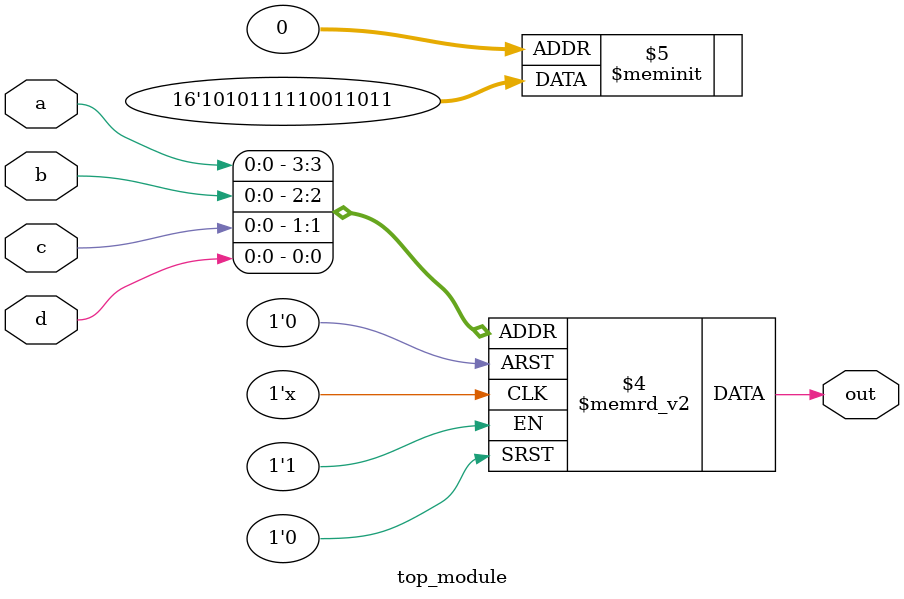
<source format=sv>
module top_module (
    input a, 
    input b,
    input c,
    input d,
    output reg out
);

always @(*) begin
    case ({a, b, c, d})
        4'b0000: out = 1'b1;
        4'b0001: out = 1'b1;
        4'b0010: out = 1'b0;
        4'b0011: out = 1'b1;
        4'b0100: out = 1'b1;
        4'b0101: out = 1'b0;
        4'b0110: out = 1'b0;
        4'b0111: out = 1'b1;
        4'b1000: out = 1'b1;
        4'b1001: out = 1'b1;
        4'b1010: out = 1'b1;
        4'b1011: out = 1'b1;
        4'b1100: out = 1'b0;
        4'b1101: out = 1'b1;
        4'b1110: out = 1'b0;
        4'b1111: out = 1'b1;
    endcase
end

endmodule

</source>
